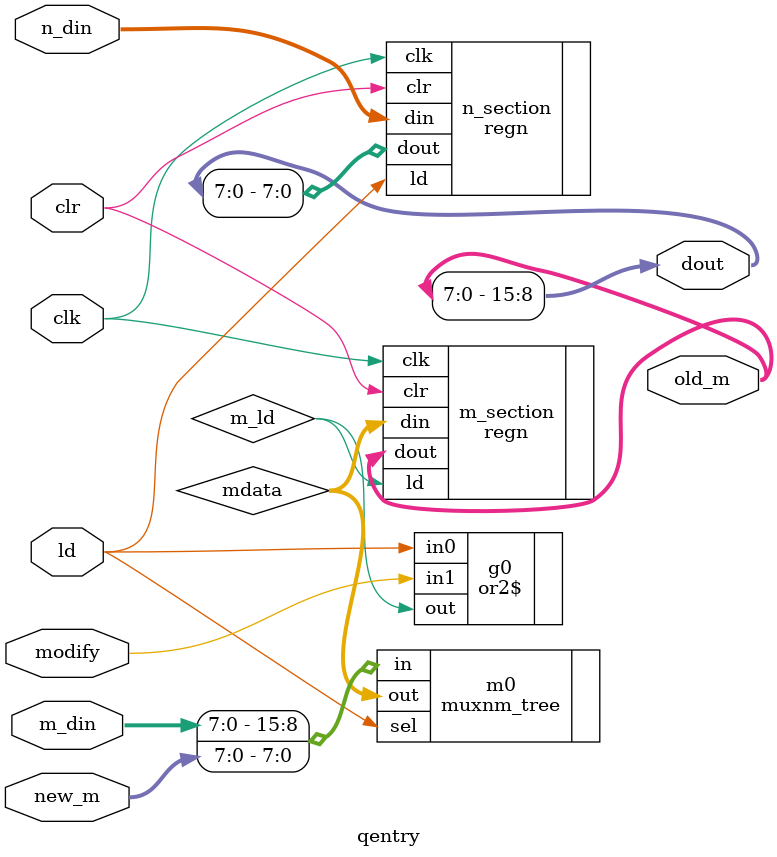
<source format=v>
module queuenm #(parameter M_WIDTH=8, N_WIDTH=8, Q_LENGTH=16) (input [M_WIDTH-1:0] m_din,
                                                               input [N_WIDTH-1:0] n_din,
                                                               input [M_WIDTH*Q_LENGTH-1:0] new_m_vector,
                                                               input wr, rd,
                                                               input [Q_LENGTH-1:0] modify_vector,
                                                               input clr,
                                                               input clk,
                                                               output full, empty,
                                                               output [M_WIDTH*Q_LENGTH-1:0] old_m_vector,
                                                               output [M_WIDTH+N_WIDTH-1:0] dout);
    
    wire [Q_LENGTH-1:0] ptr_wr, new_ptr_wr, rot_ptr_wr, ptr_rd, new_ptr_rd, rot_ptr_rd;
    wire invfull, invempty, ldptr_wr, ldptr_rd;

    ptr_regn #(.WIDTH(Q_LENGTH)) ptr_wr_reg(.din(rot_ptr_wr), .ld(ldptr_wr), .clr(clr), .clk(clk), .dout(ptr_wr));
    ptr_regn #(.WIDTH(Q_LENGTH)) ptr_rd_reg(.din(rot_ptr_rd), .ld(ldptr_rd), .clr(clr), .clk(clk), .dout(ptr_rd));

    lrotn_fixed #(.WIDTH(Q_LENGTH), .ROT_AMNT(1)) s0(.in(ptr_wr), .out(rot_ptr_wr));
    lrotn_fixed #(.WIDTH(Q_LENGTH), .ROT_AMNT(1)) s1(.in(ptr_rd), .out(rot_ptr_rd));
    
    equaln #(.WIDTH(Q_LENGTH)) e0(.a(ptr_rd), .b(ptr_wr), .eq(empty));
    equaln #(.WIDTH(Q_LENGTH)) e1(.a(ptr_rd), .b(rot_ptr_wr), .eq(full));

    inv1$ g0(.out(invempty), .in(empty));
    inv1$ g1(.out(invfull), .in(full));
    and2$ g2(.out(ldptr_rd), .in0(invempty), .in1(rd));
    and2$ g3(.out(ldptr_wr), .in0(invfull), .in1(wr));

    wire [(M_WIDTH+N_WIDTH)*Q_LENGTH-1:0] outs;

    genvar i;
    generate
        for (i = 0; i < Q_LENGTH; i = i + 1) begin : queue_slices
            wire ld;
            and2$ g4(.out(ld), .in0(ldptr_wr), .in1(ptr_wr[i]));
            qentry #(.M_WIDTH(M_WIDTH), .N_WIDTH(N_WIDTH)) q0(.m_din(m_din), .n_din(n_din), .new_m(new_m_vector[(i+1)*M_WIDTH-1:i*M_WIDTH]), .ld(ld), .modify(modify_vector[i]), .clr(clr), .clk(clk), .old_m(old_m_vector[(i+1)*M_WIDTH-1:i*M_WIDTH]), .dout(outs[(i+1)*(M_WIDTH+N_WIDTH)-1:i*(M_WIDTH+N_WIDTH)]));
        end
    endgenerate


    muxnm_tristate #(.NUM_INPUTS(Q_LENGTH), .DATA_WIDTH(M_WIDTH+N_WIDTH)) m2(.in(outs), .sel(ptr_rd), .out(dout));

endmodule

module qentry #(parameter M_WIDTH=8, N_WIDTH=8) (input [M_WIDTH-1:0] m_din, 
                                                 input [N_WIDTH-1:0] n_din,
                                                 input [M_WIDTH-1:0] new_m,
                                                 input ld, modify, clr,
                                                 input clk,
                                                 output [M_WIDTH-1:0] old_m,
                                                 output [M_WIDTH+N_WIDTH-1:0] dout);
    
    wire [M_WIDTH-1:0] mdata;
    wire m_ld;

    muxnm_tree #(.SEL_WIDTH(1), .DATA_WIDTH(M_WIDTH)) m0(.in({m_din,new_m}), .sel(ld), .out(mdata));
    or2$ g0(.out(m_ld), .in0(ld), .in1(modify));
    
    regn #(.WIDTH(M_WIDTH)) m_section(.din(mdata), .ld(m_ld), .clr(clr), .clk(clk), .dout(old_m));
    regn #(.WIDTH(N_WIDTH)) n_section(.din(n_din), .ld(ld), .clr(clr), .clk(clk), .dout(dout[N_WIDTH-1:0]));
    assign dout[M_WIDTH+N_WIDTH-1:N_WIDTH] = old_m;

endmodule
</source>
